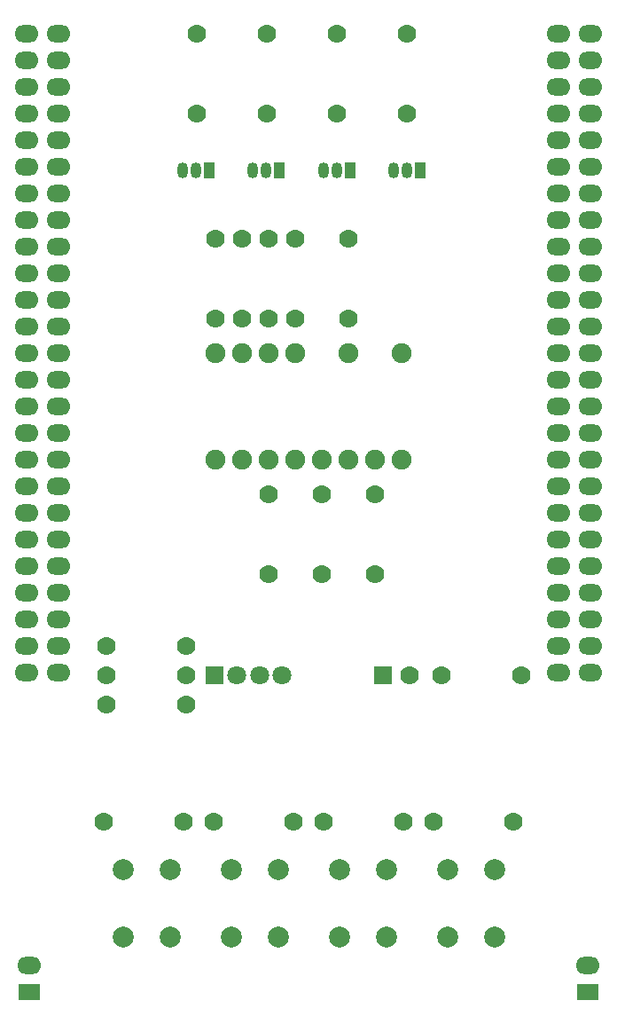
<source format=gbr>
%TF.GenerationSoftware,KiCad,Pcbnew,(5.1.10)-1*%
%TF.CreationDate,2021-07-08T21:42:34-07:00*%
%TF.ProjectId,299PCB,32393950-4342-42e6-9b69-6361645f7063,rev?*%
%TF.SameCoordinates,Original*%
%TF.FileFunction,Soldermask,Bot*%
%TF.FilePolarity,Negative*%
%FSLAX46Y46*%
G04 Gerber Fmt 4.6, Leading zero omitted, Abs format (unit mm)*
G04 Created by KiCad (PCBNEW (5.1.10)-1) date 2021-07-08 21:42:34*
%MOMM*%
%LPD*%
G01*
G04 APERTURE LIST*
%ADD10C,2.000000*%
%ADD11C,1.905000*%
%ADD12R,1.050000X1.500000*%
%ADD13O,1.050000X1.500000*%
%ADD14C,1.778000*%
%ADD15R,2.032000X1.524000*%
%ADD16O,2.286000X1.651000*%
%ADD17R,1.778000X1.778000*%
%ADD18R,1.800000X1.800000*%
%ADD19C,1.800000*%
G04 APERTURE END LIST*
D10*
%TO.C,SW3*%
X163478666Y-122936000D03*
X167978666Y-122936000D03*
X163478666Y-129436000D03*
X167978666Y-129436000D03*
%TD*%
D11*
%TO.C,U1*%
X154178000Y-83820000D03*
X156718000Y-83820000D03*
X159258000Y-83820000D03*
X161798000Y-83820000D03*
X164338000Y-83820000D03*
X166878000Y-83820000D03*
X169418000Y-83820000D03*
X151638000Y-83820000D03*
X169418000Y-73660000D03*
X164338000Y-73660000D03*
X159258000Y-73660000D03*
X156718000Y-73660000D03*
X154178000Y-73660000D03*
X151638000Y-73660000D03*
%TD*%
D12*
%TO.C,Q3*%
X171196000Y-56280999D03*
D13*
X168656000Y-56280999D03*
X169926000Y-56280999D03*
%TD*%
D14*
%TO.C,R4*%
X172466000Y-118364000D03*
X180086000Y-118364000D03*
%TD*%
%TO.C,R1*%
X140970000Y-118364000D03*
X148590000Y-118364000D03*
%TD*%
%TO.C,R7*%
X159258000Y-62738000D03*
X159258000Y-70358000D03*
%TD*%
%TO.C,R13*%
X141224000Y-107188000D03*
X148844000Y-107188000D03*
%TD*%
%TO.C,R17*%
X156548668Y-43180000D03*
X156548668Y-50800000D03*
%TD*%
%TO.C,R20*%
X156718000Y-87122000D03*
X156718000Y-94742000D03*
%TD*%
D15*
%TO.C,STM1*%
X133858000Y-134618800D03*
D16*
X133858000Y-132078800D03*
X187198000Y-132078800D03*
D15*
X187198000Y-134618800D03*
D16*
X187452000Y-104140000D03*
X187452000Y-101600000D03*
X187452000Y-99060000D03*
X187452000Y-96520000D03*
X187452000Y-93980000D03*
X187452000Y-91440000D03*
X187452000Y-88900000D03*
X187452000Y-86360000D03*
X187452000Y-83820000D03*
X187452000Y-81280000D03*
X187452000Y-78740000D03*
X187452000Y-76200000D03*
X187452000Y-73660000D03*
X187452000Y-71120000D03*
X187452000Y-68580000D03*
X187452000Y-66040000D03*
X187452000Y-63500000D03*
X187452000Y-60960000D03*
X187452000Y-58420000D03*
X187452000Y-55880000D03*
X187452000Y-53340000D03*
X187452000Y-50800000D03*
X187452000Y-48260000D03*
X187452000Y-45720000D03*
X187452000Y-43180000D03*
X184404000Y-104140000D03*
X184404000Y-101600000D03*
X184404000Y-99060000D03*
X184404000Y-96520000D03*
X184404000Y-93980000D03*
X184404000Y-91440000D03*
X184404000Y-88900000D03*
X184404000Y-86360000D03*
X184404000Y-83820000D03*
X184404000Y-81280000D03*
X184404000Y-78740000D03*
X184404000Y-76200000D03*
X184404000Y-73660000D03*
X184404000Y-71120000D03*
X184404000Y-68580000D03*
X184404000Y-66040000D03*
X184404000Y-63500000D03*
X184404000Y-60960000D03*
X184404000Y-58420000D03*
X184404000Y-55880000D03*
X184404000Y-53340000D03*
X184404000Y-50800000D03*
X184404000Y-48260000D03*
X184404000Y-45720000D03*
X184404000Y-43180000D03*
X136652000Y-104140000D03*
X136652000Y-101600000D03*
X136652000Y-99060000D03*
X136652000Y-96520000D03*
X136652000Y-93980000D03*
X136652000Y-91440000D03*
X136652000Y-88900000D03*
X136652000Y-86360000D03*
X136652000Y-83820000D03*
X136652000Y-81280000D03*
X136652000Y-78740000D03*
X136652000Y-76200000D03*
X136652000Y-73660000D03*
X136652000Y-71120000D03*
X136652000Y-68580000D03*
X136652000Y-66040000D03*
X136652000Y-63500000D03*
X136652000Y-60960000D03*
X136652000Y-58420000D03*
X136652000Y-55880000D03*
X136652000Y-53340000D03*
X136652000Y-50800000D03*
X136652000Y-48260000D03*
X136652000Y-45720000D03*
X136652000Y-43180000D03*
X133604000Y-104140000D03*
X133604000Y-101600000D03*
X133604000Y-99060000D03*
X133604000Y-96520000D03*
X133604000Y-93980000D03*
X133604000Y-91440000D03*
X133604000Y-88900000D03*
X133604000Y-86360000D03*
X133604000Y-83820000D03*
X133604000Y-81280000D03*
X133604000Y-78740000D03*
X133604000Y-76200000D03*
X133604000Y-73660000D03*
X133604000Y-71120000D03*
X133604000Y-68580000D03*
X133604000Y-66040000D03*
X133604000Y-63500000D03*
X133604000Y-60960000D03*
X133604000Y-58420000D03*
X133604000Y-55880000D03*
X133604000Y-53340000D03*
X133604000Y-50800000D03*
X133604000Y-48260000D03*
X133604000Y-45720000D03*
X133604000Y-43180000D03*
%TD*%
D14*
%TO.C,R9*%
X154178000Y-62738000D03*
X154178000Y-70358000D03*
%TD*%
D17*
%TO.C,D1*%
X167640000Y-104394000D03*
D14*
X170180000Y-104394000D03*
%TD*%
D18*
%TO.C,D2*%
X151511000Y-104394000D03*
D19*
X153670000Y-104394000D03*
X155829000Y-104394000D03*
X157988000Y-104394000D03*
%TD*%
D13*
%TO.C,Q1*%
X163209000Y-56280999D03*
X161939000Y-56280999D03*
D12*
X164479000Y-56280999D03*
%TD*%
%TO.C,Q2*%
X151044999Y-56280999D03*
D13*
X148504999Y-56280999D03*
X149774999Y-56280999D03*
%TD*%
%TO.C,Q4*%
X156492000Y-56280999D03*
X155222000Y-56280999D03*
D12*
X157762000Y-56280999D03*
%TD*%
D14*
%TO.C,R2*%
X159088666Y-118364000D03*
X151468666Y-118364000D03*
%TD*%
%TO.C,R3*%
X169587332Y-118364000D03*
X161967332Y-118364000D03*
%TD*%
%TO.C,R5*%
X163237334Y-43180000D03*
X163237334Y-50800000D03*
%TD*%
%TO.C,R6*%
X164338000Y-70358000D03*
X164338000Y-62738000D03*
%TD*%
%TO.C,R8*%
X156718000Y-70358000D03*
X156718000Y-62738000D03*
%TD*%
%TO.C,R10*%
X151638000Y-70358000D03*
X151638000Y-62738000D03*
%TD*%
%TO.C,R11*%
X149860000Y-50800000D03*
X149860000Y-43180000D03*
%TD*%
%TO.C,R12*%
X148844000Y-104394000D03*
X141224000Y-104394000D03*
%TD*%
%TO.C,R14*%
X141224000Y-101600000D03*
X148844000Y-101600000D03*
%TD*%
%TO.C,R15*%
X169926000Y-50800000D03*
X169926000Y-43180000D03*
%TD*%
%TO.C,R16*%
X173228000Y-104394000D03*
X180848000Y-104394000D03*
%TD*%
%TO.C,R18*%
X166878000Y-87122000D03*
X166878000Y-94742000D03*
%TD*%
%TO.C,R19*%
X161798000Y-94742000D03*
X161798000Y-87122000D03*
%TD*%
D10*
%TO.C,SW1*%
X142820000Y-122936000D03*
X147320000Y-122936000D03*
X142820000Y-129436000D03*
X147320000Y-129436000D03*
%TD*%
%TO.C,SW2*%
X157649333Y-129436000D03*
X153149333Y-129436000D03*
X157649333Y-122936000D03*
X153149333Y-122936000D03*
%TD*%
%TO.C,SW4*%
X178308000Y-129436000D03*
X173808000Y-129436000D03*
X178308000Y-122936000D03*
X173808000Y-122936000D03*
%TD*%
M02*

</source>
